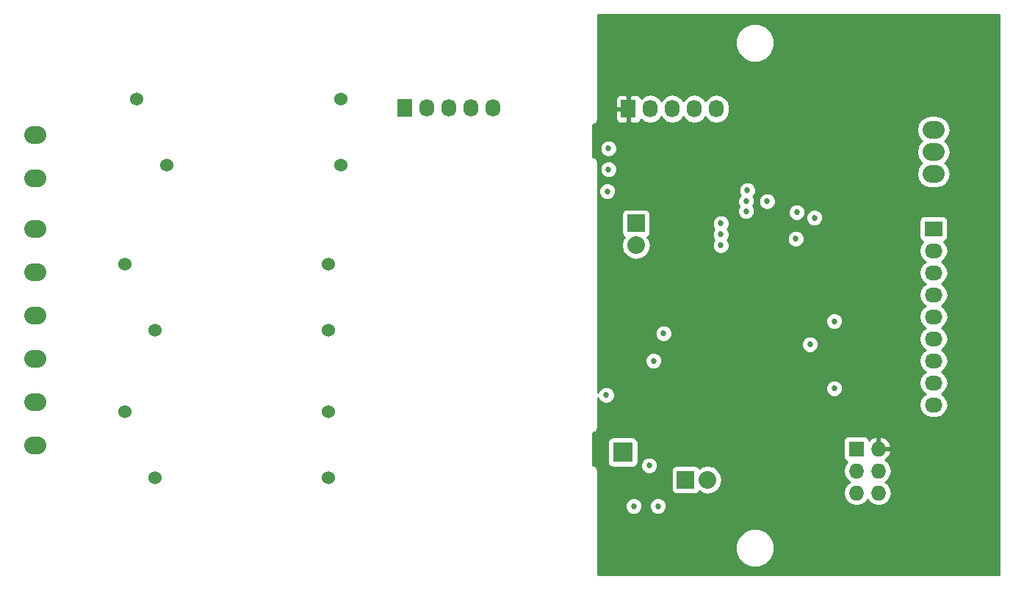
<source format=gbr>
G04 #@! TF.FileFunction,Copper,L2,Inr,Plane*
%FSLAX46Y46*%
G04 Gerber Fmt 4.6, Leading zero omitted, Abs format (unit mm)*
G04 Created by KiCad (PCBNEW 4.0.2-4+6225~38~ubuntu14.04.1-stable) date Mon 26 Dec 2016 11:00:54 AM CET*
%MOMM*%
G01*
G04 APERTURE LIST*
%ADD10C,0.100000*%
%ADD11C,1.524000*%
%ADD12R,2.032000X2.032000*%
%ADD13O,2.032000X2.032000*%
%ADD14R,1.727200X1.727200*%
%ADD15O,1.727200X1.727200*%
%ADD16R,1.727200X2.032000*%
%ADD17O,1.727200X2.032000*%
%ADD18R,2.235200X2.235200*%
%ADD19R,2.032000X1.727200*%
%ADD20O,2.032000X1.727200*%
%ADD21O,2.540000X2.032000*%
%ADD22C,0.685800*%
%ADD23C,0.254000*%
G04 APERTURE END LIST*
D10*
D11*
X160263000Y-80274000D03*
X160263000Y-87874000D03*
X140263000Y-87874000D03*
X136763000Y-80274000D03*
X158866000Y-116342000D03*
X158866000Y-123942000D03*
X138866000Y-123942000D03*
X135366000Y-116342000D03*
D12*
X200025000Y-124206000D03*
D13*
X202565000Y-124206000D03*
D12*
X194310000Y-94615000D03*
D13*
X194310000Y-97155000D03*
D14*
X219710000Y-120650000D03*
D15*
X222250000Y-120650000D03*
X219710000Y-123190000D03*
X222250000Y-123190000D03*
X219710000Y-125730000D03*
X222250000Y-125730000D03*
D16*
X193421000Y-81407000D03*
D17*
X195961000Y-81407000D03*
X198501000Y-81407000D03*
X201041000Y-81407000D03*
X203581000Y-81407000D03*
D16*
X167640000Y-81280000D03*
D17*
X170180000Y-81280000D03*
X172720000Y-81280000D03*
X175260000Y-81280000D03*
X177800000Y-81280000D03*
D11*
X158866000Y-99324000D03*
X158866000Y-106924000D03*
X138866000Y-106924000D03*
X135366000Y-99324000D03*
D18*
X192786000Y-121031000D03*
D19*
X228600000Y-95250000D03*
D20*
X228600000Y-97790000D03*
X228600000Y-100330000D03*
X228600000Y-102870000D03*
X228600000Y-105410000D03*
X228600000Y-107950000D03*
X228600000Y-110490000D03*
X228600000Y-113030000D03*
X228600000Y-115570000D03*
D21*
X228600000Y-88900000D03*
X228600000Y-86360000D03*
X228600000Y-83820000D03*
X125095000Y-84455000D03*
X125095000Y-89455000D03*
X125095000Y-95250000D03*
X125095000Y-100250000D03*
X125095000Y-105250000D03*
X125095000Y-110250000D03*
X125095000Y-115250000D03*
X125095000Y-120250000D03*
D22*
X207010000Y-93218000D03*
X214884000Y-93980000D03*
X217170000Y-105918000D03*
X207010000Y-92075000D03*
X217170000Y-113665000D03*
X207137000Y-90805000D03*
X212725000Y-96393000D03*
X214376000Y-108585000D03*
X212852000Y-93345000D03*
X209423000Y-92075000D03*
X204089000Y-94615000D03*
X204089000Y-95885000D03*
X204089000Y-97155000D03*
X197485000Y-107315000D03*
X190881000Y-114427000D03*
X196342000Y-110490000D03*
X195834000Y-122555000D03*
X212598000Y-99441000D03*
X212471000Y-104267000D03*
X216535000Y-109728000D03*
X216662000Y-101219000D03*
X190881000Y-123698000D03*
X192786000Y-104267000D03*
X191008000Y-109855000D03*
X217932000Y-117602000D03*
X191135000Y-85979000D03*
X191135000Y-88392000D03*
X191008000Y-90932000D03*
X196850000Y-127254000D03*
X194056000Y-127254000D03*
D23*
G36*
X236145000Y-135180000D02*
X189940000Y-135180000D01*
X189940000Y-132522619D01*
X205790613Y-132522619D01*
X206130155Y-133344372D01*
X206758321Y-133973636D01*
X207579481Y-134314611D01*
X208468619Y-134315387D01*
X209290372Y-133975845D01*
X209919636Y-133347679D01*
X210260611Y-132526519D01*
X210261387Y-131637381D01*
X209921845Y-130815628D01*
X209293679Y-130186364D01*
X208472519Y-129845389D01*
X207583381Y-129844613D01*
X206761628Y-130184155D01*
X206132364Y-130812321D01*
X205791389Y-131633481D01*
X205790613Y-132522619D01*
X189940000Y-132522619D01*
X189940000Y-127447663D01*
X193077931Y-127447663D01*
X193226493Y-127807212D01*
X193501341Y-128082540D01*
X193860630Y-128231730D01*
X194249663Y-128232069D01*
X194609212Y-128083507D01*
X194884540Y-127808659D01*
X195033730Y-127449370D01*
X195033731Y-127447663D01*
X195871931Y-127447663D01*
X196020493Y-127807212D01*
X196295341Y-128082540D01*
X196654630Y-128231730D01*
X197043663Y-128232069D01*
X197403212Y-128083507D01*
X197678540Y-127808659D01*
X197827730Y-127449370D01*
X197828069Y-127060337D01*
X197679507Y-126700788D01*
X197404659Y-126425460D01*
X197045370Y-126276270D01*
X196656337Y-126275931D01*
X196296788Y-126424493D01*
X196021460Y-126699341D01*
X195872270Y-127058630D01*
X195871931Y-127447663D01*
X195033731Y-127447663D01*
X195034069Y-127060337D01*
X194885507Y-126700788D01*
X194610659Y-126425460D01*
X194251370Y-126276270D01*
X193862337Y-126275931D01*
X193502788Y-126424493D01*
X193227460Y-126699341D01*
X193078270Y-127058630D01*
X193077931Y-127447663D01*
X189940000Y-127447663D01*
X189940000Y-123190000D01*
X189885954Y-122918295D01*
X189732046Y-122687954D01*
X189501705Y-122534046D01*
X189357000Y-122505262D01*
X189357000Y-119913400D01*
X191020960Y-119913400D01*
X191020960Y-122148600D01*
X191065238Y-122383917D01*
X191204310Y-122600041D01*
X191416510Y-122745031D01*
X191668400Y-122796040D01*
X193903600Y-122796040D01*
X194138917Y-122751762D01*
X194143732Y-122748663D01*
X194855931Y-122748663D01*
X195004493Y-123108212D01*
X195279341Y-123383540D01*
X195638630Y-123532730D01*
X196027663Y-123533069D01*
X196387212Y-123384507D01*
X196582058Y-123190000D01*
X198361560Y-123190000D01*
X198361560Y-125222000D01*
X198405838Y-125457317D01*
X198544910Y-125673441D01*
X198757110Y-125818431D01*
X199009000Y-125869440D01*
X201041000Y-125869440D01*
X201276317Y-125825162D01*
X201492441Y-125686090D01*
X201594198Y-125537163D01*
X201933190Y-125763670D01*
X202565000Y-125889345D01*
X203196810Y-125763670D01*
X203732433Y-125405778D01*
X204090325Y-124870155D01*
X204216000Y-124238345D01*
X204216000Y-124173655D01*
X204090325Y-123541845D01*
X203855230Y-123190000D01*
X218182041Y-123190000D01*
X218296115Y-123763489D01*
X218620971Y-124249670D01*
X218935752Y-124460000D01*
X218620971Y-124670330D01*
X218296115Y-125156511D01*
X218182041Y-125730000D01*
X218296115Y-126303489D01*
X218620971Y-126789670D01*
X219107152Y-127114526D01*
X219680641Y-127228600D01*
X219739359Y-127228600D01*
X220312848Y-127114526D01*
X220799029Y-126789670D01*
X220980000Y-126518828D01*
X221160971Y-126789670D01*
X221647152Y-127114526D01*
X222220641Y-127228600D01*
X222279359Y-127228600D01*
X222852848Y-127114526D01*
X223339029Y-126789670D01*
X223663885Y-126303489D01*
X223777959Y-125730000D01*
X223663885Y-125156511D01*
X223339029Y-124670330D01*
X223024248Y-124460000D01*
X223339029Y-124249670D01*
X223663885Y-123763489D01*
X223777959Y-123190000D01*
X223663885Y-122616511D01*
X223339029Y-122130330D01*
X223015772Y-121914336D01*
X223138490Y-121856821D01*
X223532688Y-121424947D01*
X223704958Y-121009026D01*
X223583817Y-120777000D01*
X222377000Y-120777000D01*
X222377000Y-120797000D01*
X222123000Y-120797000D01*
X222123000Y-120777000D01*
X222103000Y-120777000D01*
X222103000Y-120523000D01*
X222123000Y-120523000D01*
X222123000Y-119315531D01*
X222377000Y-119315531D01*
X222377000Y-120523000D01*
X223583817Y-120523000D01*
X223704958Y-120290974D01*
X223532688Y-119875053D01*
X223138490Y-119443179D01*
X222609027Y-119195032D01*
X222377000Y-119315531D01*
X222123000Y-119315531D01*
X221890973Y-119195032D01*
X221361510Y-119443179D01*
X221191505Y-119629433D01*
X221176762Y-119551083D01*
X221037690Y-119334959D01*
X220825490Y-119189969D01*
X220573600Y-119138960D01*
X218846400Y-119138960D01*
X218611083Y-119183238D01*
X218394959Y-119322310D01*
X218249969Y-119534510D01*
X218198960Y-119786400D01*
X218198960Y-121513600D01*
X218243238Y-121748917D01*
X218382310Y-121965041D01*
X218594510Y-122110031D01*
X218638131Y-122118864D01*
X218620971Y-122130330D01*
X218296115Y-122616511D01*
X218182041Y-123190000D01*
X203855230Y-123190000D01*
X203732433Y-123006222D01*
X203196810Y-122648330D01*
X202565000Y-122522655D01*
X201933190Y-122648330D01*
X201593208Y-122875499D01*
X201505090Y-122738559D01*
X201292890Y-122593569D01*
X201041000Y-122542560D01*
X199009000Y-122542560D01*
X198773683Y-122586838D01*
X198557559Y-122725910D01*
X198412569Y-122938110D01*
X198361560Y-123190000D01*
X196582058Y-123190000D01*
X196662540Y-123109659D01*
X196811730Y-122750370D01*
X196812069Y-122361337D01*
X196663507Y-122001788D01*
X196388659Y-121726460D01*
X196029370Y-121577270D01*
X195640337Y-121576931D01*
X195280788Y-121725493D01*
X195005460Y-122000341D01*
X194856270Y-122359630D01*
X194855931Y-122748663D01*
X194143732Y-122748663D01*
X194355041Y-122612690D01*
X194500031Y-122400490D01*
X194551040Y-122148600D01*
X194551040Y-119913400D01*
X194506762Y-119678083D01*
X194367690Y-119461959D01*
X194155490Y-119316969D01*
X193903600Y-119265960D01*
X191668400Y-119265960D01*
X191433083Y-119310238D01*
X191216959Y-119449310D01*
X191071969Y-119661510D01*
X191020960Y-119913400D01*
X189357000Y-119913400D01*
X189357000Y-118794738D01*
X189501705Y-118765954D01*
X189732046Y-118612046D01*
X189885954Y-118381705D01*
X189940000Y-118110000D01*
X189940000Y-114710377D01*
X190051493Y-114980212D01*
X190326341Y-115255540D01*
X190685630Y-115404730D01*
X191074663Y-115405069D01*
X191434212Y-115256507D01*
X191709540Y-114981659D01*
X191858730Y-114622370D01*
X191859069Y-114233337D01*
X191710507Y-113873788D01*
X191695409Y-113858663D01*
X216191931Y-113858663D01*
X216340493Y-114218212D01*
X216615341Y-114493540D01*
X216974630Y-114642730D01*
X217363663Y-114643069D01*
X217723212Y-114494507D01*
X217998540Y-114219659D01*
X218147730Y-113860370D01*
X218148069Y-113471337D01*
X217999507Y-113111788D01*
X217724659Y-112836460D01*
X217365370Y-112687270D01*
X216976337Y-112686931D01*
X216616788Y-112835493D01*
X216341460Y-113110341D01*
X216192270Y-113469630D01*
X216191931Y-113858663D01*
X191695409Y-113858663D01*
X191435659Y-113598460D01*
X191076370Y-113449270D01*
X190687337Y-113448931D01*
X190327788Y-113597493D01*
X190052460Y-113872341D01*
X189940000Y-114143174D01*
X189940000Y-110683663D01*
X195363931Y-110683663D01*
X195512493Y-111043212D01*
X195787341Y-111318540D01*
X196146630Y-111467730D01*
X196535663Y-111468069D01*
X196895212Y-111319507D01*
X197170540Y-111044659D01*
X197319730Y-110685370D01*
X197320069Y-110296337D01*
X197171507Y-109936788D01*
X196896659Y-109661460D01*
X196537370Y-109512270D01*
X196148337Y-109511931D01*
X195788788Y-109660493D01*
X195513460Y-109935341D01*
X195364270Y-110294630D01*
X195363931Y-110683663D01*
X189940000Y-110683663D01*
X189940000Y-108778663D01*
X213397931Y-108778663D01*
X213546493Y-109138212D01*
X213821341Y-109413540D01*
X214180630Y-109562730D01*
X214569663Y-109563069D01*
X214929212Y-109414507D01*
X215204540Y-109139659D01*
X215353730Y-108780370D01*
X215354069Y-108391337D01*
X215205507Y-108031788D01*
X214930659Y-107756460D01*
X214571370Y-107607270D01*
X214182337Y-107606931D01*
X213822788Y-107755493D01*
X213547460Y-108030341D01*
X213398270Y-108389630D01*
X213397931Y-108778663D01*
X189940000Y-108778663D01*
X189940000Y-107508663D01*
X196506931Y-107508663D01*
X196655493Y-107868212D01*
X196930341Y-108143540D01*
X197289630Y-108292730D01*
X197678663Y-108293069D01*
X198038212Y-108144507D01*
X198313540Y-107869659D01*
X198462730Y-107510370D01*
X198463069Y-107121337D01*
X198314507Y-106761788D01*
X198039659Y-106486460D01*
X197680370Y-106337270D01*
X197291337Y-106336931D01*
X196931788Y-106485493D01*
X196656460Y-106760341D01*
X196507270Y-107119630D01*
X196506931Y-107508663D01*
X189940000Y-107508663D01*
X189940000Y-106111663D01*
X216191931Y-106111663D01*
X216340493Y-106471212D01*
X216615341Y-106746540D01*
X216974630Y-106895730D01*
X217363663Y-106896069D01*
X217723212Y-106747507D01*
X217998540Y-106472659D01*
X218147730Y-106113370D01*
X218148069Y-105724337D01*
X217999507Y-105364788D01*
X217724659Y-105089460D01*
X217365370Y-104940270D01*
X216976337Y-104939931D01*
X216616788Y-105088493D01*
X216341460Y-105363341D01*
X216192270Y-105722630D01*
X216191931Y-106111663D01*
X189940000Y-106111663D01*
X189940000Y-97155000D01*
X192626655Y-97155000D01*
X192752330Y-97786810D01*
X193110222Y-98322433D01*
X193645845Y-98680325D01*
X194277655Y-98806000D01*
X194342345Y-98806000D01*
X194974155Y-98680325D01*
X195509778Y-98322433D01*
X195867670Y-97786810D01*
X195993345Y-97155000D01*
X195867670Y-96523190D01*
X195640501Y-96183208D01*
X195777441Y-96095090D01*
X195922431Y-95882890D01*
X195973440Y-95631000D01*
X195973440Y-94808663D01*
X203110931Y-94808663D01*
X203259493Y-95168212D01*
X203341040Y-95249901D01*
X203260460Y-95330341D01*
X203111270Y-95689630D01*
X203110931Y-96078663D01*
X203259493Y-96438212D01*
X203341040Y-96519901D01*
X203260460Y-96600341D01*
X203111270Y-96959630D01*
X203110931Y-97348663D01*
X203259493Y-97708212D01*
X203534341Y-97983540D01*
X203893630Y-98132730D01*
X204282663Y-98133069D01*
X204642212Y-97984507D01*
X204837058Y-97790000D01*
X226916655Y-97790000D01*
X227030729Y-98363489D01*
X227355585Y-98849670D01*
X227670366Y-99060000D01*
X227355585Y-99270330D01*
X227030729Y-99756511D01*
X226916655Y-100330000D01*
X227030729Y-100903489D01*
X227355585Y-101389670D01*
X227670366Y-101600000D01*
X227355585Y-101810330D01*
X227030729Y-102296511D01*
X226916655Y-102870000D01*
X227030729Y-103443489D01*
X227355585Y-103929670D01*
X227670366Y-104140000D01*
X227355585Y-104350330D01*
X227030729Y-104836511D01*
X226916655Y-105410000D01*
X227030729Y-105983489D01*
X227355585Y-106469670D01*
X227670366Y-106680000D01*
X227355585Y-106890330D01*
X227030729Y-107376511D01*
X226916655Y-107950000D01*
X227030729Y-108523489D01*
X227355585Y-109009670D01*
X227670366Y-109220000D01*
X227355585Y-109430330D01*
X227030729Y-109916511D01*
X226916655Y-110490000D01*
X227030729Y-111063489D01*
X227355585Y-111549670D01*
X227670366Y-111760000D01*
X227355585Y-111970330D01*
X227030729Y-112456511D01*
X226916655Y-113030000D01*
X227030729Y-113603489D01*
X227355585Y-114089670D01*
X227670366Y-114300000D01*
X227355585Y-114510330D01*
X227030729Y-114996511D01*
X226916655Y-115570000D01*
X227030729Y-116143489D01*
X227355585Y-116629670D01*
X227841766Y-116954526D01*
X228415255Y-117068600D01*
X228784745Y-117068600D01*
X229358234Y-116954526D01*
X229844415Y-116629670D01*
X230169271Y-116143489D01*
X230283345Y-115570000D01*
X230169271Y-114996511D01*
X229844415Y-114510330D01*
X229529634Y-114300000D01*
X229844415Y-114089670D01*
X230169271Y-113603489D01*
X230283345Y-113030000D01*
X230169271Y-112456511D01*
X229844415Y-111970330D01*
X229529634Y-111760000D01*
X229844415Y-111549670D01*
X230169271Y-111063489D01*
X230283345Y-110490000D01*
X230169271Y-109916511D01*
X229844415Y-109430330D01*
X229529634Y-109220000D01*
X229844415Y-109009670D01*
X230169271Y-108523489D01*
X230283345Y-107950000D01*
X230169271Y-107376511D01*
X229844415Y-106890330D01*
X229529634Y-106680000D01*
X229844415Y-106469670D01*
X230169271Y-105983489D01*
X230283345Y-105410000D01*
X230169271Y-104836511D01*
X229844415Y-104350330D01*
X229529634Y-104140000D01*
X229844415Y-103929670D01*
X230169271Y-103443489D01*
X230283345Y-102870000D01*
X230169271Y-102296511D01*
X229844415Y-101810330D01*
X229529634Y-101600000D01*
X229844415Y-101389670D01*
X230169271Y-100903489D01*
X230283345Y-100330000D01*
X230169271Y-99756511D01*
X229844415Y-99270330D01*
X229529634Y-99060000D01*
X229844415Y-98849670D01*
X230169271Y-98363489D01*
X230283345Y-97790000D01*
X230169271Y-97216511D01*
X229844415Y-96730330D01*
X229830087Y-96720757D01*
X229851317Y-96716762D01*
X230067441Y-96577690D01*
X230212431Y-96365490D01*
X230263440Y-96113600D01*
X230263440Y-94386400D01*
X230219162Y-94151083D01*
X230080090Y-93934959D01*
X229867890Y-93789969D01*
X229616000Y-93738960D01*
X227584000Y-93738960D01*
X227348683Y-93783238D01*
X227132559Y-93922310D01*
X226987569Y-94134510D01*
X226936560Y-94386400D01*
X226936560Y-96113600D01*
X226980838Y-96348917D01*
X227119910Y-96565041D01*
X227332110Y-96710031D01*
X227373439Y-96718400D01*
X227355585Y-96730330D01*
X227030729Y-97216511D01*
X226916655Y-97790000D01*
X204837058Y-97790000D01*
X204917540Y-97709659D01*
X205066730Y-97350370D01*
X205067069Y-96961337D01*
X204918507Y-96601788D01*
X204903409Y-96586663D01*
X211746931Y-96586663D01*
X211895493Y-96946212D01*
X212170341Y-97221540D01*
X212529630Y-97370730D01*
X212918663Y-97371069D01*
X213278212Y-97222507D01*
X213553540Y-96947659D01*
X213702730Y-96588370D01*
X213703069Y-96199337D01*
X213554507Y-95839788D01*
X213279659Y-95564460D01*
X212920370Y-95415270D01*
X212531337Y-95414931D01*
X212171788Y-95563493D01*
X211896460Y-95838341D01*
X211747270Y-96197630D01*
X211746931Y-96586663D01*
X204903409Y-96586663D01*
X204836960Y-96520099D01*
X204917540Y-96439659D01*
X205066730Y-96080370D01*
X205067069Y-95691337D01*
X204918507Y-95331788D01*
X204836960Y-95250099D01*
X204917540Y-95169659D01*
X205066730Y-94810370D01*
X205067069Y-94421337D01*
X204918507Y-94061788D01*
X204643659Y-93786460D01*
X204284370Y-93637270D01*
X203895337Y-93636931D01*
X203535788Y-93785493D01*
X203260460Y-94060341D01*
X203111270Y-94419630D01*
X203110931Y-94808663D01*
X195973440Y-94808663D01*
X195973440Y-93599000D01*
X195929162Y-93363683D01*
X195790090Y-93147559D01*
X195577890Y-93002569D01*
X195326000Y-92951560D01*
X193294000Y-92951560D01*
X193058683Y-92995838D01*
X192842559Y-93134910D01*
X192697569Y-93347110D01*
X192646560Y-93599000D01*
X192646560Y-95631000D01*
X192690838Y-95866317D01*
X192829910Y-96082441D01*
X192978837Y-96184198D01*
X192752330Y-96523190D01*
X192626655Y-97155000D01*
X189940000Y-97155000D01*
X189940000Y-92268663D01*
X206031931Y-92268663D01*
X206180493Y-92628212D01*
X206198540Y-92646291D01*
X206181460Y-92663341D01*
X206032270Y-93022630D01*
X206031931Y-93411663D01*
X206180493Y-93771212D01*
X206455341Y-94046540D01*
X206814630Y-94195730D01*
X207203663Y-94196069D01*
X207563212Y-94047507D01*
X207838540Y-93772659D01*
X207935703Y-93538663D01*
X211873931Y-93538663D01*
X212022493Y-93898212D01*
X212297341Y-94173540D01*
X212656630Y-94322730D01*
X213045663Y-94323069D01*
X213405212Y-94174507D01*
X213406057Y-94173663D01*
X213905931Y-94173663D01*
X214054493Y-94533212D01*
X214329341Y-94808540D01*
X214688630Y-94957730D01*
X215077663Y-94958069D01*
X215437212Y-94809507D01*
X215712540Y-94534659D01*
X215861730Y-94175370D01*
X215862069Y-93786337D01*
X215713507Y-93426788D01*
X215438659Y-93151460D01*
X215079370Y-93002270D01*
X214690337Y-93001931D01*
X214330788Y-93150493D01*
X214055460Y-93425341D01*
X213906270Y-93784630D01*
X213905931Y-94173663D01*
X213406057Y-94173663D01*
X213680540Y-93899659D01*
X213829730Y-93540370D01*
X213830069Y-93151337D01*
X213681507Y-92791788D01*
X213406659Y-92516460D01*
X213047370Y-92367270D01*
X212658337Y-92366931D01*
X212298788Y-92515493D01*
X212023460Y-92790341D01*
X211874270Y-93149630D01*
X211873931Y-93538663D01*
X207935703Y-93538663D01*
X207987730Y-93413370D01*
X207988069Y-93024337D01*
X207839507Y-92664788D01*
X207821460Y-92646709D01*
X207838540Y-92629659D01*
X207987730Y-92270370D01*
X207987731Y-92268663D01*
X208444931Y-92268663D01*
X208593493Y-92628212D01*
X208868341Y-92903540D01*
X209227630Y-93052730D01*
X209616663Y-93053069D01*
X209976212Y-92904507D01*
X210251540Y-92629659D01*
X210400730Y-92270370D01*
X210401069Y-91881337D01*
X210252507Y-91521788D01*
X209977659Y-91246460D01*
X209618370Y-91097270D01*
X209229337Y-91096931D01*
X208869788Y-91245493D01*
X208594460Y-91520341D01*
X208445270Y-91879630D01*
X208444931Y-92268663D01*
X207987731Y-92268663D01*
X207988069Y-91881337D01*
X207839507Y-91521788D01*
X207821349Y-91503598D01*
X207965540Y-91359659D01*
X208114730Y-91000370D01*
X208115069Y-90611337D01*
X207966507Y-90251788D01*
X207691659Y-89976460D01*
X207332370Y-89827270D01*
X206943337Y-89826931D01*
X206583788Y-89975493D01*
X206308460Y-90250341D01*
X206159270Y-90609630D01*
X206158931Y-90998663D01*
X206307493Y-91358212D01*
X206325651Y-91376402D01*
X206181460Y-91520341D01*
X206032270Y-91879630D01*
X206031931Y-92268663D01*
X189940000Y-92268663D01*
X189940000Y-91125663D01*
X190029931Y-91125663D01*
X190178493Y-91485212D01*
X190453341Y-91760540D01*
X190812630Y-91909730D01*
X191201663Y-91910069D01*
X191561212Y-91761507D01*
X191836540Y-91486659D01*
X191985730Y-91127370D01*
X191986069Y-90738337D01*
X191837507Y-90378788D01*
X191562659Y-90103460D01*
X191203370Y-89954270D01*
X190814337Y-89953931D01*
X190454788Y-90102493D01*
X190179460Y-90377341D01*
X190030270Y-90736630D01*
X190029931Y-91125663D01*
X189940000Y-91125663D01*
X189940000Y-88585663D01*
X190156931Y-88585663D01*
X190305493Y-88945212D01*
X190580341Y-89220540D01*
X190939630Y-89369730D01*
X191328663Y-89370069D01*
X191688212Y-89221507D01*
X191963540Y-88946659D01*
X192112730Y-88587370D01*
X192113069Y-88198337D01*
X191964507Y-87838788D01*
X191689659Y-87563460D01*
X191330370Y-87414270D01*
X190941337Y-87413931D01*
X190581788Y-87562493D01*
X190306460Y-87837341D01*
X190157270Y-88196630D01*
X190156931Y-88585663D01*
X189940000Y-88585663D01*
X189940000Y-87630000D01*
X189885954Y-87358295D01*
X189732046Y-87127954D01*
X189501705Y-86974046D01*
X189357000Y-86945262D01*
X189357000Y-86172663D01*
X190156931Y-86172663D01*
X190305493Y-86532212D01*
X190580341Y-86807540D01*
X190939630Y-86956730D01*
X191328663Y-86957069D01*
X191688212Y-86808507D01*
X191963540Y-86533659D01*
X192112730Y-86174370D01*
X192113069Y-85785337D01*
X191964507Y-85425788D01*
X191689659Y-85150460D01*
X191330370Y-85001270D01*
X190941337Y-85000931D01*
X190581788Y-85149493D01*
X190306460Y-85424341D01*
X190157270Y-85783630D01*
X190156931Y-86172663D01*
X189357000Y-86172663D01*
X189357000Y-83820000D01*
X226657679Y-83820000D01*
X226783354Y-84451810D01*
X227141246Y-84987433D01*
X227294748Y-85090000D01*
X227141246Y-85192567D01*
X226783354Y-85728190D01*
X226657679Y-86360000D01*
X226783354Y-86991810D01*
X227141246Y-87527433D01*
X227294748Y-87630000D01*
X227141246Y-87732567D01*
X226783354Y-88268190D01*
X226657679Y-88900000D01*
X226783354Y-89531810D01*
X227141246Y-90067433D01*
X227676869Y-90425325D01*
X228308679Y-90551000D01*
X228891321Y-90551000D01*
X229523131Y-90425325D01*
X230058754Y-90067433D01*
X230416646Y-89531810D01*
X230542321Y-88900000D01*
X230416646Y-88268190D01*
X230058754Y-87732567D01*
X229905252Y-87630000D01*
X230058754Y-87527433D01*
X230416646Y-86991810D01*
X230542321Y-86360000D01*
X230416646Y-85728190D01*
X230058754Y-85192567D01*
X229905252Y-85090000D01*
X230058754Y-84987433D01*
X230416646Y-84451810D01*
X230542321Y-83820000D01*
X230416646Y-83188190D01*
X230058754Y-82652567D01*
X229523131Y-82294675D01*
X228891321Y-82169000D01*
X228308679Y-82169000D01*
X227676869Y-82294675D01*
X227141246Y-82652567D01*
X226783354Y-83188190D01*
X226657679Y-83820000D01*
X189357000Y-83820000D01*
X189357000Y-83234738D01*
X189501705Y-83205954D01*
X189732046Y-83052046D01*
X189885954Y-82821705D01*
X189940000Y-82550000D01*
X189940000Y-81692750D01*
X191922400Y-81692750D01*
X191922400Y-82549309D01*
X192019073Y-82782698D01*
X192197701Y-82961327D01*
X192431090Y-83058000D01*
X193135250Y-83058000D01*
X193294000Y-82899250D01*
X193294000Y-81534000D01*
X192081150Y-81534000D01*
X191922400Y-81692750D01*
X189940000Y-81692750D01*
X189940000Y-80264691D01*
X191922400Y-80264691D01*
X191922400Y-81121250D01*
X192081150Y-81280000D01*
X193294000Y-81280000D01*
X193294000Y-79914750D01*
X193548000Y-79914750D01*
X193548000Y-81280000D01*
X193568000Y-81280000D01*
X193568000Y-81534000D01*
X193548000Y-81534000D01*
X193548000Y-82899250D01*
X193706750Y-83058000D01*
X194410910Y-83058000D01*
X194644299Y-82961327D01*
X194822927Y-82782698D01*
X194886500Y-82629220D01*
X194901330Y-82651415D01*
X195387511Y-82976271D01*
X195961000Y-83090345D01*
X196534489Y-82976271D01*
X197020670Y-82651415D01*
X197231000Y-82336634D01*
X197441330Y-82651415D01*
X197927511Y-82976271D01*
X198501000Y-83090345D01*
X199074489Y-82976271D01*
X199560670Y-82651415D01*
X199771000Y-82336634D01*
X199981330Y-82651415D01*
X200467511Y-82976271D01*
X201041000Y-83090345D01*
X201614489Y-82976271D01*
X202100670Y-82651415D01*
X202311000Y-82336634D01*
X202521330Y-82651415D01*
X203007511Y-82976271D01*
X203581000Y-83090345D01*
X204154489Y-82976271D01*
X204640670Y-82651415D01*
X204965526Y-82165234D01*
X205079600Y-81591745D01*
X205079600Y-81222255D01*
X204965526Y-80648766D01*
X204640670Y-80162585D01*
X204154489Y-79837729D01*
X203581000Y-79723655D01*
X203007511Y-79837729D01*
X202521330Y-80162585D01*
X202311000Y-80477366D01*
X202100670Y-80162585D01*
X201614489Y-79837729D01*
X201041000Y-79723655D01*
X200467511Y-79837729D01*
X199981330Y-80162585D01*
X199771000Y-80477366D01*
X199560670Y-80162585D01*
X199074489Y-79837729D01*
X198501000Y-79723655D01*
X197927511Y-79837729D01*
X197441330Y-80162585D01*
X197231000Y-80477366D01*
X197020670Y-80162585D01*
X196534489Y-79837729D01*
X195961000Y-79723655D01*
X195387511Y-79837729D01*
X194901330Y-80162585D01*
X194886500Y-80184780D01*
X194822927Y-80031302D01*
X194644299Y-79852673D01*
X194410910Y-79756000D01*
X193706750Y-79756000D01*
X193548000Y-79914750D01*
X193294000Y-79914750D01*
X193135250Y-79756000D01*
X192431090Y-79756000D01*
X192197701Y-79852673D01*
X192019073Y-80031302D01*
X191922400Y-80264691D01*
X189940000Y-80264691D01*
X189940000Y-74229619D01*
X205790613Y-74229619D01*
X206130155Y-75051372D01*
X206758321Y-75680636D01*
X207579481Y-76021611D01*
X208468619Y-76022387D01*
X209290372Y-75682845D01*
X209919636Y-75054679D01*
X210260611Y-74233519D01*
X210261387Y-73344381D01*
X209921845Y-72522628D01*
X209293679Y-71893364D01*
X208472519Y-71552389D01*
X207583381Y-71551613D01*
X206761628Y-71891155D01*
X206132364Y-72519321D01*
X205791389Y-73340481D01*
X205790613Y-74229619D01*
X189940000Y-74229619D01*
X189940000Y-70560000D01*
X236145000Y-70560000D01*
X236145000Y-135180000D01*
X236145000Y-135180000D01*
G37*
X236145000Y-135180000D02*
X189940000Y-135180000D01*
X189940000Y-132522619D01*
X205790613Y-132522619D01*
X206130155Y-133344372D01*
X206758321Y-133973636D01*
X207579481Y-134314611D01*
X208468619Y-134315387D01*
X209290372Y-133975845D01*
X209919636Y-133347679D01*
X210260611Y-132526519D01*
X210261387Y-131637381D01*
X209921845Y-130815628D01*
X209293679Y-130186364D01*
X208472519Y-129845389D01*
X207583381Y-129844613D01*
X206761628Y-130184155D01*
X206132364Y-130812321D01*
X205791389Y-131633481D01*
X205790613Y-132522619D01*
X189940000Y-132522619D01*
X189940000Y-127447663D01*
X193077931Y-127447663D01*
X193226493Y-127807212D01*
X193501341Y-128082540D01*
X193860630Y-128231730D01*
X194249663Y-128232069D01*
X194609212Y-128083507D01*
X194884540Y-127808659D01*
X195033730Y-127449370D01*
X195033731Y-127447663D01*
X195871931Y-127447663D01*
X196020493Y-127807212D01*
X196295341Y-128082540D01*
X196654630Y-128231730D01*
X197043663Y-128232069D01*
X197403212Y-128083507D01*
X197678540Y-127808659D01*
X197827730Y-127449370D01*
X197828069Y-127060337D01*
X197679507Y-126700788D01*
X197404659Y-126425460D01*
X197045370Y-126276270D01*
X196656337Y-126275931D01*
X196296788Y-126424493D01*
X196021460Y-126699341D01*
X195872270Y-127058630D01*
X195871931Y-127447663D01*
X195033731Y-127447663D01*
X195034069Y-127060337D01*
X194885507Y-126700788D01*
X194610659Y-126425460D01*
X194251370Y-126276270D01*
X193862337Y-126275931D01*
X193502788Y-126424493D01*
X193227460Y-126699341D01*
X193078270Y-127058630D01*
X193077931Y-127447663D01*
X189940000Y-127447663D01*
X189940000Y-123190000D01*
X189885954Y-122918295D01*
X189732046Y-122687954D01*
X189501705Y-122534046D01*
X189357000Y-122505262D01*
X189357000Y-119913400D01*
X191020960Y-119913400D01*
X191020960Y-122148600D01*
X191065238Y-122383917D01*
X191204310Y-122600041D01*
X191416510Y-122745031D01*
X191668400Y-122796040D01*
X193903600Y-122796040D01*
X194138917Y-122751762D01*
X194143732Y-122748663D01*
X194855931Y-122748663D01*
X195004493Y-123108212D01*
X195279341Y-123383540D01*
X195638630Y-123532730D01*
X196027663Y-123533069D01*
X196387212Y-123384507D01*
X196582058Y-123190000D01*
X198361560Y-123190000D01*
X198361560Y-125222000D01*
X198405838Y-125457317D01*
X198544910Y-125673441D01*
X198757110Y-125818431D01*
X199009000Y-125869440D01*
X201041000Y-125869440D01*
X201276317Y-125825162D01*
X201492441Y-125686090D01*
X201594198Y-125537163D01*
X201933190Y-125763670D01*
X202565000Y-125889345D01*
X203196810Y-125763670D01*
X203732433Y-125405778D01*
X204090325Y-124870155D01*
X204216000Y-124238345D01*
X204216000Y-124173655D01*
X204090325Y-123541845D01*
X203855230Y-123190000D01*
X218182041Y-123190000D01*
X218296115Y-123763489D01*
X218620971Y-124249670D01*
X218935752Y-124460000D01*
X218620971Y-124670330D01*
X218296115Y-125156511D01*
X218182041Y-125730000D01*
X218296115Y-126303489D01*
X218620971Y-126789670D01*
X219107152Y-127114526D01*
X219680641Y-127228600D01*
X219739359Y-127228600D01*
X220312848Y-127114526D01*
X220799029Y-126789670D01*
X220980000Y-126518828D01*
X221160971Y-126789670D01*
X221647152Y-127114526D01*
X222220641Y-127228600D01*
X222279359Y-127228600D01*
X222852848Y-127114526D01*
X223339029Y-126789670D01*
X223663885Y-126303489D01*
X223777959Y-125730000D01*
X223663885Y-125156511D01*
X223339029Y-124670330D01*
X223024248Y-124460000D01*
X223339029Y-124249670D01*
X223663885Y-123763489D01*
X223777959Y-123190000D01*
X223663885Y-122616511D01*
X223339029Y-122130330D01*
X223015772Y-121914336D01*
X223138490Y-121856821D01*
X223532688Y-121424947D01*
X223704958Y-121009026D01*
X223583817Y-120777000D01*
X222377000Y-120777000D01*
X222377000Y-120797000D01*
X222123000Y-120797000D01*
X222123000Y-120777000D01*
X222103000Y-120777000D01*
X222103000Y-120523000D01*
X222123000Y-120523000D01*
X222123000Y-119315531D01*
X222377000Y-119315531D01*
X222377000Y-120523000D01*
X223583817Y-120523000D01*
X223704958Y-120290974D01*
X223532688Y-119875053D01*
X223138490Y-119443179D01*
X222609027Y-119195032D01*
X222377000Y-119315531D01*
X222123000Y-119315531D01*
X221890973Y-119195032D01*
X221361510Y-119443179D01*
X221191505Y-119629433D01*
X221176762Y-119551083D01*
X221037690Y-119334959D01*
X220825490Y-119189969D01*
X220573600Y-119138960D01*
X218846400Y-119138960D01*
X218611083Y-119183238D01*
X218394959Y-119322310D01*
X218249969Y-119534510D01*
X218198960Y-119786400D01*
X218198960Y-121513600D01*
X218243238Y-121748917D01*
X218382310Y-121965041D01*
X218594510Y-122110031D01*
X218638131Y-122118864D01*
X218620971Y-122130330D01*
X218296115Y-122616511D01*
X218182041Y-123190000D01*
X203855230Y-123190000D01*
X203732433Y-123006222D01*
X203196810Y-122648330D01*
X202565000Y-122522655D01*
X201933190Y-122648330D01*
X201593208Y-122875499D01*
X201505090Y-122738559D01*
X201292890Y-122593569D01*
X201041000Y-122542560D01*
X199009000Y-122542560D01*
X198773683Y-122586838D01*
X198557559Y-122725910D01*
X198412569Y-122938110D01*
X198361560Y-123190000D01*
X196582058Y-123190000D01*
X196662540Y-123109659D01*
X196811730Y-122750370D01*
X196812069Y-122361337D01*
X196663507Y-122001788D01*
X196388659Y-121726460D01*
X196029370Y-121577270D01*
X195640337Y-121576931D01*
X195280788Y-121725493D01*
X195005460Y-122000341D01*
X194856270Y-122359630D01*
X194855931Y-122748663D01*
X194143732Y-122748663D01*
X194355041Y-122612690D01*
X194500031Y-122400490D01*
X194551040Y-122148600D01*
X194551040Y-119913400D01*
X194506762Y-119678083D01*
X194367690Y-119461959D01*
X194155490Y-119316969D01*
X193903600Y-119265960D01*
X191668400Y-119265960D01*
X191433083Y-119310238D01*
X191216959Y-119449310D01*
X191071969Y-119661510D01*
X191020960Y-119913400D01*
X189357000Y-119913400D01*
X189357000Y-118794738D01*
X189501705Y-118765954D01*
X189732046Y-118612046D01*
X189885954Y-118381705D01*
X189940000Y-118110000D01*
X189940000Y-114710377D01*
X190051493Y-114980212D01*
X190326341Y-115255540D01*
X190685630Y-115404730D01*
X191074663Y-115405069D01*
X191434212Y-115256507D01*
X191709540Y-114981659D01*
X191858730Y-114622370D01*
X191859069Y-114233337D01*
X191710507Y-113873788D01*
X191695409Y-113858663D01*
X216191931Y-113858663D01*
X216340493Y-114218212D01*
X216615341Y-114493540D01*
X216974630Y-114642730D01*
X217363663Y-114643069D01*
X217723212Y-114494507D01*
X217998540Y-114219659D01*
X218147730Y-113860370D01*
X218148069Y-113471337D01*
X217999507Y-113111788D01*
X217724659Y-112836460D01*
X217365370Y-112687270D01*
X216976337Y-112686931D01*
X216616788Y-112835493D01*
X216341460Y-113110341D01*
X216192270Y-113469630D01*
X216191931Y-113858663D01*
X191695409Y-113858663D01*
X191435659Y-113598460D01*
X191076370Y-113449270D01*
X190687337Y-113448931D01*
X190327788Y-113597493D01*
X190052460Y-113872341D01*
X189940000Y-114143174D01*
X189940000Y-110683663D01*
X195363931Y-110683663D01*
X195512493Y-111043212D01*
X195787341Y-111318540D01*
X196146630Y-111467730D01*
X196535663Y-111468069D01*
X196895212Y-111319507D01*
X197170540Y-111044659D01*
X197319730Y-110685370D01*
X197320069Y-110296337D01*
X197171507Y-109936788D01*
X196896659Y-109661460D01*
X196537370Y-109512270D01*
X196148337Y-109511931D01*
X195788788Y-109660493D01*
X195513460Y-109935341D01*
X195364270Y-110294630D01*
X195363931Y-110683663D01*
X189940000Y-110683663D01*
X189940000Y-108778663D01*
X213397931Y-108778663D01*
X213546493Y-109138212D01*
X213821341Y-109413540D01*
X214180630Y-109562730D01*
X214569663Y-109563069D01*
X214929212Y-109414507D01*
X215204540Y-109139659D01*
X215353730Y-108780370D01*
X215354069Y-108391337D01*
X215205507Y-108031788D01*
X214930659Y-107756460D01*
X214571370Y-107607270D01*
X214182337Y-107606931D01*
X213822788Y-107755493D01*
X213547460Y-108030341D01*
X213398270Y-108389630D01*
X213397931Y-108778663D01*
X189940000Y-108778663D01*
X189940000Y-107508663D01*
X196506931Y-107508663D01*
X196655493Y-107868212D01*
X196930341Y-108143540D01*
X197289630Y-108292730D01*
X197678663Y-108293069D01*
X198038212Y-108144507D01*
X198313540Y-107869659D01*
X198462730Y-107510370D01*
X198463069Y-107121337D01*
X198314507Y-106761788D01*
X198039659Y-106486460D01*
X197680370Y-106337270D01*
X197291337Y-106336931D01*
X196931788Y-106485493D01*
X196656460Y-106760341D01*
X196507270Y-107119630D01*
X196506931Y-107508663D01*
X189940000Y-107508663D01*
X189940000Y-106111663D01*
X216191931Y-106111663D01*
X216340493Y-106471212D01*
X216615341Y-106746540D01*
X216974630Y-106895730D01*
X217363663Y-106896069D01*
X217723212Y-106747507D01*
X217998540Y-106472659D01*
X218147730Y-106113370D01*
X218148069Y-105724337D01*
X217999507Y-105364788D01*
X217724659Y-105089460D01*
X217365370Y-104940270D01*
X216976337Y-104939931D01*
X216616788Y-105088493D01*
X216341460Y-105363341D01*
X216192270Y-105722630D01*
X216191931Y-106111663D01*
X189940000Y-106111663D01*
X189940000Y-97155000D01*
X192626655Y-97155000D01*
X192752330Y-97786810D01*
X193110222Y-98322433D01*
X193645845Y-98680325D01*
X194277655Y-98806000D01*
X194342345Y-98806000D01*
X194974155Y-98680325D01*
X195509778Y-98322433D01*
X195867670Y-97786810D01*
X195993345Y-97155000D01*
X195867670Y-96523190D01*
X195640501Y-96183208D01*
X195777441Y-96095090D01*
X195922431Y-95882890D01*
X195973440Y-95631000D01*
X195973440Y-94808663D01*
X203110931Y-94808663D01*
X203259493Y-95168212D01*
X203341040Y-95249901D01*
X203260460Y-95330341D01*
X203111270Y-95689630D01*
X203110931Y-96078663D01*
X203259493Y-96438212D01*
X203341040Y-96519901D01*
X203260460Y-96600341D01*
X203111270Y-96959630D01*
X203110931Y-97348663D01*
X203259493Y-97708212D01*
X203534341Y-97983540D01*
X203893630Y-98132730D01*
X204282663Y-98133069D01*
X204642212Y-97984507D01*
X204837058Y-97790000D01*
X226916655Y-97790000D01*
X227030729Y-98363489D01*
X227355585Y-98849670D01*
X227670366Y-99060000D01*
X227355585Y-99270330D01*
X227030729Y-99756511D01*
X226916655Y-100330000D01*
X227030729Y-100903489D01*
X227355585Y-101389670D01*
X227670366Y-101600000D01*
X227355585Y-101810330D01*
X227030729Y-102296511D01*
X226916655Y-102870000D01*
X227030729Y-103443489D01*
X227355585Y-103929670D01*
X227670366Y-104140000D01*
X227355585Y-104350330D01*
X227030729Y-104836511D01*
X226916655Y-105410000D01*
X227030729Y-105983489D01*
X227355585Y-106469670D01*
X227670366Y-106680000D01*
X227355585Y-106890330D01*
X227030729Y-107376511D01*
X226916655Y-107950000D01*
X227030729Y-108523489D01*
X227355585Y-109009670D01*
X227670366Y-109220000D01*
X227355585Y-109430330D01*
X227030729Y-109916511D01*
X226916655Y-110490000D01*
X227030729Y-111063489D01*
X227355585Y-111549670D01*
X227670366Y-111760000D01*
X227355585Y-111970330D01*
X227030729Y-112456511D01*
X226916655Y-113030000D01*
X227030729Y-113603489D01*
X227355585Y-114089670D01*
X227670366Y-114300000D01*
X227355585Y-114510330D01*
X227030729Y-114996511D01*
X226916655Y-115570000D01*
X227030729Y-116143489D01*
X227355585Y-116629670D01*
X227841766Y-116954526D01*
X228415255Y-117068600D01*
X228784745Y-117068600D01*
X229358234Y-116954526D01*
X229844415Y-116629670D01*
X230169271Y-116143489D01*
X230283345Y-115570000D01*
X230169271Y-114996511D01*
X229844415Y-114510330D01*
X229529634Y-114300000D01*
X229844415Y-114089670D01*
X230169271Y-113603489D01*
X230283345Y-113030000D01*
X230169271Y-112456511D01*
X229844415Y-111970330D01*
X229529634Y-111760000D01*
X229844415Y-111549670D01*
X230169271Y-111063489D01*
X230283345Y-110490000D01*
X230169271Y-109916511D01*
X229844415Y-109430330D01*
X229529634Y-109220000D01*
X229844415Y-109009670D01*
X230169271Y-108523489D01*
X230283345Y-107950000D01*
X230169271Y-107376511D01*
X229844415Y-106890330D01*
X229529634Y-106680000D01*
X229844415Y-106469670D01*
X230169271Y-105983489D01*
X230283345Y-105410000D01*
X230169271Y-104836511D01*
X229844415Y-104350330D01*
X229529634Y-104140000D01*
X229844415Y-103929670D01*
X230169271Y-103443489D01*
X230283345Y-102870000D01*
X230169271Y-102296511D01*
X229844415Y-101810330D01*
X229529634Y-101600000D01*
X229844415Y-101389670D01*
X230169271Y-100903489D01*
X230283345Y-100330000D01*
X230169271Y-99756511D01*
X229844415Y-99270330D01*
X229529634Y-99060000D01*
X229844415Y-98849670D01*
X230169271Y-98363489D01*
X230283345Y-97790000D01*
X230169271Y-97216511D01*
X229844415Y-96730330D01*
X229830087Y-96720757D01*
X229851317Y-96716762D01*
X230067441Y-96577690D01*
X230212431Y-96365490D01*
X230263440Y-96113600D01*
X230263440Y-94386400D01*
X230219162Y-94151083D01*
X230080090Y-93934959D01*
X229867890Y-93789969D01*
X229616000Y-93738960D01*
X227584000Y-93738960D01*
X227348683Y-93783238D01*
X227132559Y-93922310D01*
X226987569Y-94134510D01*
X226936560Y-94386400D01*
X226936560Y-96113600D01*
X226980838Y-96348917D01*
X227119910Y-96565041D01*
X227332110Y-96710031D01*
X227373439Y-96718400D01*
X227355585Y-96730330D01*
X227030729Y-97216511D01*
X226916655Y-97790000D01*
X204837058Y-97790000D01*
X204917540Y-97709659D01*
X205066730Y-97350370D01*
X205067069Y-96961337D01*
X204918507Y-96601788D01*
X204903409Y-96586663D01*
X211746931Y-96586663D01*
X211895493Y-96946212D01*
X212170341Y-97221540D01*
X212529630Y-97370730D01*
X212918663Y-97371069D01*
X213278212Y-97222507D01*
X213553540Y-96947659D01*
X213702730Y-96588370D01*
X213703069Y-96199337D01*
X213554507Y-95839788D01*
X213279659Y-95564460D01*
X212920370Y-95415270D01*
X212531337Y-95414931D01*
X212171788Y-95563493D01*
X211896460Y-95838341D01*
X211747270Y-96197630D01*
X211746931Y-96586663D01*
X204903409Y-96586663D01*
X204836960Y-96520099D01*
X204917540Y-96439659D01*
X205066730Y-96080370D01*
X205067069Y-95691337D01*
X204918507Y-95331788D01*
X204836960Y-95250099D01*
X204917540Y-95169659D01*
X205066730Y-94810370D01*
X205067069Y-94421337D01*
X204918507Y-94061788D01*
X204643659Y-93786460D01*
X204284370Y-93637270D01*
X203895337Y-93636931D01*
X203535788Y-93785493D01*
X203260460Y-94060341D01*
X203111270Y-94419630D01*
X203110931Y-94808663D01*
X195973440Y-94808663D01*
X195973440Y-93599000D01*
X195929162Y-93363683D01*
X195790090Y-93147559D01*
X195577890Y-93002569D01*
X195326000Y-92951560D01*
X193294000Y-92951560D01*
X193058683Y-92995838D01*
X192842559Y-93134910D01*
X192697569Y-93347110D01*
X192646560Y-93599000D01*
X192646560Y-95631000D01*
X192690838Y-95866317D01*
X192829910Y-96082441D01*
X192978837Y-96184198D01*
X192752330Y-96523190D01*
X192626655Y-97155000D01*
X189940000Y-97155000D01*
X189940000Y-92268663D01*
X206031931Y-92268663D01*
X206180493Y-92628212D01*
X206198540Y-92646291D01*
X206181460Y-92663341D01*
X206032270Y-93022630D01*
X206031931Y-93411663D01*
X206180493Y-93771212D01*
X206455341Y-94046540D01*
X206814630Y-94195730D01*
X207203663Y-94196069D01*
X207563212Y-94047507D01*
X207838540Y-93772659D01*
X207935703Y-93538663D01*
X211873931Y-93538663D01*
X212022493Y-93898212D01*
X212297341Y-94173540D01*
X212656630Y-94322730D01*
X213045663Y-94323069D01*
X213405212Y-94174507D01*
X213406057Y-94173663D01*
X213905931Y-94173663D01*
X214054493Y-94533212D01*
X214329341Y-94808540D01*
X214688630Y-94957730D01*
X215077663Y-94958069D01*
X215437212Y-94809507D01*
X215712540Y-94534659D01*
X215861730Y-94175370D01*
X215862069Y-93786337D01*
X215713507Y-93426788D01*
X215438659Y-93151460D01*
X215079370Y-93002270D01*
X214690337Y-93001931D01*
X214330788Y-93150493D01*
X214055460Y-93425341D01*
X213906270Y-93784630D01*
X213905931Y-94173663D01*
X213406057Y-94173663D01*
X213680540Y-93899659D01*
X213829730Y-93540370D01*
X213830069Y-93151337D01*
X213681507Y-92791788D01*
X213406659Y-92516460D01*
X213047370Y-92367270D01*
X212658337Y-92366931D01*
X212298788Y-92515493D01*
X212023460Y-92790341D01*
X211874270Y-93149630D01*
X211873931Y-93538663D01*
X207935703Y-93538663D01*
X207987730Y-93413370D01*
X207988069Y-93024337D01*
X207839507Y-92664788D01*
X207821460Y-92646709D01*
X207838540Y-92629659D01*
X207987730Y-92270370D01*
X207987731Y-92268663D01*
X208444931Y-92268663D01*
X208593493Y-92628212D01*
X208868341Y-92903540D01*
X209227630Y-93052730D01*
X209616663Y-93053069D01*
X209976212Y-92904507D01*
X210251540Y-92629659D01*
X210400730Y-92270370D01*
X210401069Y-91881337D01*
X210252507Y-91521788D01*
X209977659Y-91246460D01*
X209618370Y-91097270D01*
X209229337Y-91096931D01*
X208869788Y-91245493D01*
X208594460Y-91520341D01*
X208445270Y-91879630D01*
X208444931Y-92268663D01*
X207987731Y-92268663D01*
X207988069Y-91881337D01*
X207839507Y-91521788D01*
X207821349Y-91503598D01*
X207965540Y-91359659D01*
X208114730Y-91000370D01*
X208115069Y-90611337D01*
X207966507Y-90251788D01*
X207691659Y-89976460D01*
X207332370Y-89827270D01*
X206943337Y-89826931D01*
X206583788Y-89975493D01*
X206308460Y-90250341D01*
X206159270Y-90609630D01*
X206158931Y-90998663D01*
X206307493Y-91358212D01*
X206325651Y-91376402D01*
X206181460Y-91520341D01*
X206032270Y-91879630D01*
X206031931Y-92268663D01*
X189940000Y-92268663D01*
X189940000Y-91125663D01*
X190029931Y-91125663D01*
X190178493Y-91485212D01*
X190453341Y-91760540D01*
X190812630Y-91909730D01*
X191201663Y-91910069D01*
X191561212Y-91761507D01*
X191836540Y-91486659D01*
X191985730Y-91127370D01*
X191986069Y-90738337D01*
X191837507Y-90378788D01*
X191562659Y-90103460D01*
X191203370Y-89954270D01*
X190814337Y-89953931D01*
X190454788Y-90102493D01*
X190179460Y-90377341D01*
X190030270Y-90736630D01*
X190029931Y-91125663D01*
X189940000Y-91125663D01*
X189940000Y-88585663D01*
X190156931Y-88585663D01*
X190305493Y-88945212D01*
X190580341Y-89220540D01*
X190939630Y-89369730D01*
X191328663Y-89370069D01*
X191688212Y-89221507D01*
X191963540Y-88946659D01*
X192112730Y-88587370D01*
X192113069Y-88198337D01*
X191964507Y-87838788D01*
X191689659Y-87563460D01*
X191330370Y-87414270D01*
X190941337Y-87413931D01*
X190581788Y-87562493D01*
X190306460Y-87837341D01*
X190157270Y-88196630D01*
X190156931Y-88585663D01*
X189940000Y-88585663D01*
X189940000Y-87630000D01*
X189885954Y-87358295D01*
X189732046Y-87127954D01*
X189501705Y-86974046D01*
X189357000Y-86945262D01*
X189357000Y-86172663D01*
X190156931Y-86172663D01*
X190305493Y-86532212D01*
X190580341Y-86807540D01*
X190939630Y-86956730D01*
X191328663Y-86957069D01*
X191688212Y-86808507D01*
X191963540Y-86533659D01*
X192112730Y-86174370D01*
X192113069Y-85785337D01*
X191964507Y-85425788D01*
X191689659Y-85150460D01*
X191330370Y-85001270D01*
X190941337Y-85000931D01*
X190581788Y-85149493D01*
X190306460Y-85424341D01*
X190157270Y-85783630D01*
X190156931Y-86172663D01*
X189357000Y-86172663D01*
X189357000Y-83820000D01*
X226657679Y-83820000D01*
X226783354Y-84451810D01*
X227141246Y-84987433D01*
X227294748Y-85090000D01*
X227141246Y-85192567D01*
X226783354Y-85728190D01*
X226657679Y-86360000D01*
X226783354Y-86991810D01*
X227141246Y-87527433D01*
X227294748Y-87630000D01*
X227141246Y-87732567D01*
X226783354Y-88268190D01*
X226657679Y-88900000D01*
X226783354Y-89531810D01*
X227141246Y-90067433D01*
X227676869Y-90425325D01*
X228308679Y-90551000D01*
X228891321Y-90551000D01*
X229523131Y-90425325D01*
X230058754Y-90067433D01*
X230416646Y-89531810D01*
X230542321Y-88900000D01*
X230416646Y-88268190D01*
X230058754Y-87732567D01*
X229905252Y-87630000D01*
X230058754Y-87527433D01*
X230416646Y-86991810D01*
X230542321Y-86360000D01*
X230416646Y-85728190D01*
X230058754Y-85192567D01*
X229905252Y-85090000D01*
X230058754Y-84987433D01*
X230416646Y-84451810D01*
X230542321Y-83820000D01*
X230416646Y-83188190D01*
X230058754Y-82652567D01*
X229523131Y-82294675D01*
X228891321Y-82169000D01*
X228308679Y-82169000D01*
X227676869Y-82294675D01*
X227141246Y-82652567D01*
X226783354Y-83188190D01*
X226657679Y-83820000D01*
X189357000Y-83820000D01*
X189357000Y-83234738D01*
X189501705Y-83205954D01*
X189732046Y-83052046D01*
X189885954Y-82821705D01*
X189940000Y-82550000D01*
X189940000Y-81692750D01*
X191922400Y-81692750D01*
X191922400Y-82549309D01*
X192019073Y-82782698D01*
X192197701Y-82961327D01*
X192431090Y-83058000D01*
X193135250Y-83058000D01*
X193294000Y-82899250D01*
X193294000Y-81534000D01*
X192081150Y-81534000D01*
X191922400Y-81692750D01*
X189940000Y-81692750D01*
X189940000Y-80264691D01*
X191922400Y-80264691D01*
X191922400Y-81121250D01*
X192081150Y-81280000D01*
X193294000Y-81280000D01*
X193294000Y-79914750D01*
X193548000Y-79914750D01*
X193548000Y-81280000D01*
X193568000Y-81280000D01*
X193568000Y-81534000D01*
X193548000Y-81534000D01*
X193548000Y-82899250D01*
X193706750Y-83058000D01*
X194410910Y-83058000D01*
X194644299Y-82961327D01*
X194822927Y-82782698D01*
X194886500Y-82629220D01*
X194901330Y-82651415D01*
X195387511Y-82976271D01*
X195961000Y-83090345D01*
X196534489Y-82976271D01*
X197020670Y-82651415D01*
X197231000Y-82336634D01*
X197441330Y-82651415D01*
X197927511Y-82976271D01*
X198501000Y-83090345D01*
X199074489Y-82976271D01*
X199560670Y-82651415D01*
X199771000Y-82336634D01*
X199981330Y-82651415D01*
X200467511Y-82976271D01*
X201041000Y-83090345D01*
X201614489Y-82976271D01*
X202100670Y-82651415D01*
X202311000Y-82336634D01*
X202521330Y-82651415D01*
X203007511Y-82976271D01*
X203581000Y-83090345D01*
X204154489Y-82976271D01*
X204640670Y-82651415D01*
X204965526Y-82165234D01*
X205079600Y-81591745D01*
X205079600Y-81222255D01*
X204965526Y-80648766D01*
X204640670Y-80162585D01*
X204154489Y-79837729D01*
X203581000Y-79723655D01*
X203007511Y-79837729D01*
X202521330Y-80162585D01*
X202311000Y-80477366D01*
X202100670Y-80162585D01*
X201614489Y-79837729D01*
X201041000Y-79723655D01*
X200467511Y-79837729D01*
X199981330Y-80162585D01*
X199771000Y-80477366D01*
X199560670Y-80162585D01*
X199074489Y-79837729D01*
X198501000Y-79723655D01*
X197927511Y-79837729D01*
X197441330Y-80162585D01*
X197231000Y-80477366D01*
X197020670Y-80162585D01*
X196534489Y-79837729D01*
X195961000Y-79723655D01*
X195387511Y-79837729D01*
X194901330Y-80162585D01*
X194886500Y-80184780D01*
X194822927Y-80031302D01*
X194644299Y-79852673D01*
X194410910Y-79756000D01*
X193706750Y-79756000D01*
X193548000Y-79914750D01*
X193294000Y-79914750D01*
X193135250Y-79756000D01*
X192431090Y-79756000D01*
X192197701Y-79852673D01*
X192019073Y-80031302D01*
X191922400Y-80264691D01*
X189940000Y-80264691D01*
X189940000Y-74229619D01*
X205790613Y-74229619D01*
X206130155Y-75051372D01*
X206758321Y-75680636D01*
X207579481Y-76021611D01*
X208468619Y-76022387D01*
X209290372Y-75682845D01*
X209919636Y-75054679D01*
X210260611Y-74233519D01*
X210261387Y-73344381D01*
X209921845Y-72522628D01*
X209293679Y-71893364D01*
X208472519Y-71552389D01*
X207583381Y-71551613D01*
X206761628Y-71891155D01*
X206132364Y-72519321D01*
X205791389Y-73340481D01*
X205790613Y-74229619D01*
X189940000Y-74229619D01*
X189940000Y-70560000D01*
X236145000Y-70560000D01*
X236145000Y-135180000D01*
M02*

</source>
